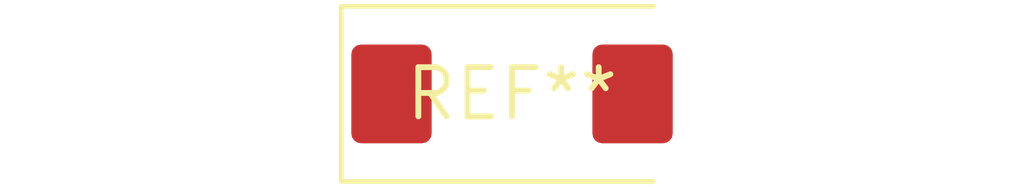
<source format=kicad_pcb>
(kicad_pcb (version 20240108) (generator pcbnew)
  (layers (0 "F.Cu" signal) (31 "B.Cu" signal) (34 "B.Paste" user) (35 "F.Paste" user) (36 "B.SilkS" user "B.Silkscreen") (37 "F.SilkS" user "F.Silkscreen") (38 "B.Mask" user) (39 "F.Mask" user) (44 "Edge.Cuts" user))
  (net 0 "")
  (footprint "CP_EIA-7343-20_Kemet-V" (layer "F.Cu") (at 0 0)
    (property "Reference" "REF**")
    (property "Value" "CP_EIA-7343-20_Kemet-V")
    (fp_line (start -4.41 -2.26) (end -4.41 2.26) (layer "F.SilkS") (stroke (width 0.12)))
    (fp_line (start -4.41 2.26) (end 3.65 2.26) (layer "F.SilkS") (stroke (width 0.12)))
    (fp_line (start 3.65 -2.26) (end -4.41 -2.26) (layer "F.SilkS") (stroke (width 0.12)))
    (pad "1" smd roundrect (at -3.1125 0) (size 2.075 2.55) (layers "F.Cu" "F.Paste" "F.Mask") (roundrect_rratio 0.120482))
    (pad "2" smd roundrect (at 3.1125 0) (size 2.075 2.55) (layers "F.Cu" "F.Paste" "F.Mask") (roundrect_rratio 0.120482))
  )
)
</source>
